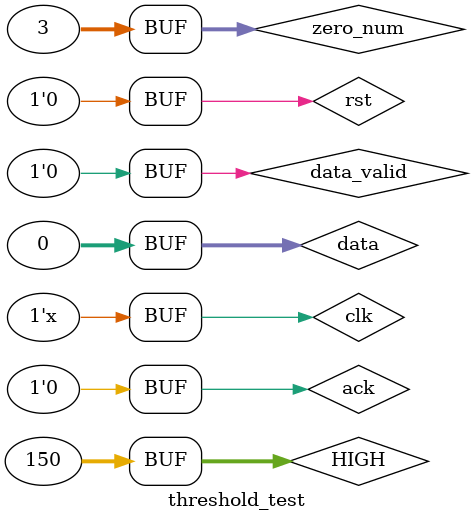
<source format=v>
`timescale 1ns / 1ps

module threshold_test;

	// Inputs
	reg [31:0] data;
	reg data_valid;
	reg rst;
	reg clk;
	reg [31:0] HIGH;
	reg ack;
	reg [31:0] zero_num;

	// Outputs
	wire valid;
	wire [31:0] detect_time;

	// Instantiate the Unit Under Test (UUT)
	Threshold uut (
		.data(data), 
		.data_valid(data_valid), 
		.rst(rst), 
		.clk(clk), 
		.HIGH(HIGH), 
		.zero_num(zero_num), 
		.ack(ack), 
		.valid(valid), 
		.detect_time(detect_time)
	);
	

	task value(input [31:0] cntr_);
	begin
		#2
		data = cntr_;
		data_valid = 1'b1;
		#2
		data_valid = 1'b0;
		#4;
	end
	endtask

	initial begin
		data = 0;
		data_valid = 0;
		rst = 0;
		clk = 1;
		HIGH = 32'd150;
		ack = 0;
		zero_num = 32'd3;

		#10;
		rst = 1;
		#2
		rst = 0;
		#2
		value(32'd0);
		value(32'd110);
		value(32'd160);
		value(32'd155);
		value(32'd170);
		value(32'd160);
		value(32'd0);
		value(32'd0);
		value(32'd0);
		value(32'd0);
		value(32'd0);
		#2
		ack = 1;
		#2
		ack = 0;
		value(32'd160);
		value(32'd170);
		value(32'd180);
		value(32'd190);
		value(32'd1170);
		value(32'd0);
		value(32'd0);
		value(32'd0);
		value(32'd0);
		value(32'd0);
		
	end
      
	always #1 clk = ~clk;
	
endmodule


</source>
